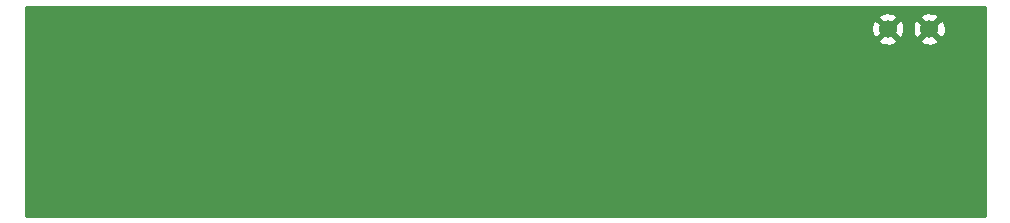
<source format=gbr>
G04 #@! TF.GenerationSoftware,KiCad,Pcbnew,5.1.2-f72e74a~84~ubuntu18.04.1*
G04 #@! TF.CreationDate,2019-12-04T16:39:43+01:00*
G04 #@! TF.ProjectId,FR4_proto3,4652345f-7072-46f7-946f-332e6b696361,rev?*
G04 #@! TF.SameCoordinates,Original*
G04 #@! TF.FileFunction,Copper,L2,Bot*
G04 #@! TF.FilePolarity,Positive*
%FSLAX46Y46*%
G04 Gerber Fmt 4.6, Leading zero omitted, Abs format (unit mm)*
G04 Created by KiCad (PCBNEW 5.1.2-f72e74a~84~ubuntu18.04.1) date 2019-12-04 16:39:43*
%MOMM*%
%LPD*%
G04 APERTURE LIST*
%ADD10C,1.524000*%
%ADD11C,0.800000*%
%ADD12C,0.254000*%
G04 APERTURE END LIST*
D10*
X166370000Y-99060000D03*
X169870000Y-99060000D03*
D11*
X172720000Y-112530000D03*
X171450000Y-112530000D03*
X170180000Y-112530000D03*
X172720000Y-107180000D03*
X171450000Y-107180000D03*
X170180000Y-107180000D03*
X96520000Y-105410000D03*
X95250000Y-105410000D03*
X93980000Y-105410000D03*
X96520000Y-100330000D03*
X95250000Y-100330000D03*
X93980000Y-100330000D03*
D12*
G36*
X174600001Y-114910000D02*
G01*
X93370000Y-114910000D01*
X93370000Y-100025565D01*
X165584040Y-100025565D01*
X165651020Y-100265656D01*
X165900048Y-100382756D01*
X166167135Y-100449023D01*
X166442017Y-100461910D01*
X166714133Y-100420922D01*
X166973023Y-100327636D01*
X167088980Y-100265656D01*
X167155960Y-100025565D01*
X169084040Y-100025565D01*
X169151020Y-100265656D01*
X169400048Y-100382756D01*
X169667135Y-100449023D01*
X169942017Y-100461910D01*
X170214133Y-100420922D01*
X170473023Y-100327636D01*
X170588980Y-100265656D01*
X170655960Y-100025565D01*
X169870000Y-99239605D01*
X169084040Y-100025565D01*
X167155960Y-100025565D01*
X166370000Y-99239605D01*
X165584040Y-100025565D01*
X93370000Y-100025565D01*
X93370000Y-99132017D01*
X164968090Y-99132017D01*
X165009078Y-99404133D01*
X165102364Y-99663023D01*
X165164344Y-99778980D01*
X165404435Y-99845960D01*
X166190395Y-99060000D01*
X166549605Y-99060000D01*
X167335565Y-99845960D01*
X167575656Y-99778980D01*
X167692756Y-99529952D01*
X167759023Y-99262865D01*
X167765157Y-99132017D01*
X168468090Y-99132017D01*
X168509078Y-99404133D01*
X168602364Y-99663023D01*
X168664344Y-99778980D01*
X168904435Y-99845960D01*
X169690395Y-99060000D01*
X170049605Y-99060000D01*
X170835565Y-99845960D01*
X171075656Y-99778980D01*
X171192756Y-99529952D01*
X171259023Y-99262865D01*
X171271910Y-98987983D01*
X171230922Y-98715867D01*
X171137636Y-98456977D01*
X171075656Y-98341020D01*
X170835565Y-98274040D01*
X170049605Y-99060000D01*
X169690395Y-99060000D01*
X168904435Y-98274040D01*
X168664344Y-98341020D01*
X168547244Y-98590048D01*
X168480977Y-98857135D01*
X168468090Y-99132017D01*
X167765157Y-99132017D01*
X167771910Y-98987983D01*
X167730922Y-98715867D01*
X167637636Y-98456977D01*
X167575656Y-98341020D01*
X167335565Y-98274040D01*
X166549605Y-99060000D01*
X166190395Y-99060000D01*
X165404435Y-98274040D01*
X165164344Y-98341020D01*
X165047244Y-98590048D01*
X164980977Y-98857135D01*
X164968090Y-99132017D01*
X93370000Y-99132017D01*
X93370000Y-98094435D01*
X165584040Y-98094435D01*
X166370000Y-98880395D01*
X167155960Y-98094435D01*
X169084040Y-98094435D01*
X169870000Y-98880395D01*
X170655960Y-98094435D01*
X170588980Y-97854344D01*
X170339952Y-97737244D01*
X170072865Y-97670977D01*
X169797983Y-97658090D01*
X169525867Y-97699078D01*
X169266977Y-97792364D01*
X169151020Y-97854344D01*
X169084040Y-98094435D01*
X167155960Y-98094435D01*
X167088980Y-97854344D01*
X166839952Y-97737244D01*
X166572865Y-97670977D01*
X166297983Y-97658090D01*
X166025867Y-97699078D01*
X165766977Y-97792364D01*
X165651020Y-97854344D01*
X165584040Y-98094435D01*
X93370000Y-98094435D01*
X93370000Y-97180000D01*
X174600000Y-97180000D01*
X174600001Y-114910000D01*
X174600001Y-114910000D01*
G37*
X174600001Y-114910000D02*
X93370000Y-114910000D01*
X93370000Y-100025565D01*
X165584040Y-100025565D01*
X165651020Y-100265656D01*
X165900048Y-100382756D01*
X166167135Y-100449023D01*
X166442017Y-100461910D01*
X166714133Y-100420922D01*
X166973023Y-100327636D01*
X167088980Y-100265656D01*
X167155960Y-100025565D01*
X169084040Y-100025565D01*
X169151020Y-100265656D01*
X169400048Y-100382756D01*
X169667135Y-100449023D01*
X169942017Y-100461910D01*
X170214133Y-100420922D01*
X170473023Y-100327636D01*
X170588980Y-100265656D01*
X170655960Y-100025565D01*
X169870000Y-99239605D01*
X169084040Y-100025565D01*
X167155960Y-100025565D01*
X166370000Y-99239605D01*
X165584040Y-100025565D01*
X93370000Y-100025565D01*
X93370000Y-99132017D01*
X164968090Y-99132017D01*
X165009078Y-99404133D01*
X165102364Y-99663023D01*
X165164344Y-99778980D01*
X165404435Y-99845960D01*
X166190395Y-99060000D01*
X166549605Y-99060000D01*
X167335565Y-99845960D01*
X167575656Y-99778980D01*
X167692756Y-99529952D01*
X167759023Y-99262865D01*
X167765157Y-99132017D01*
X168468090Y-99132017D01*
X168509078Y-99404133D01*
X168602364Y-99663023D01*
X168664344Y-99778980D01*
X168904435Y-99845960D01*
X169690395Y-99060000D01*
X170049605Y-99060000D01*
X170835565Y-99845960D01*
X171075656Y-99778980D01*
X171192756Y-99529952D01*
X171259023Y-99262865D01*
X171271910Y-98987983D01*
X171230922Y-98715867D01*
X171137636Y-98456977D01*
X171075656Y-98341020D01*
X170835565Y-98274040D01*
X170049605Y-99060000D01*
X169690395Y-99060000D01*
X168904435Y-98274040D01*
X168664344Y-98341020D01*
X168547244Y-98590048D01*
X168480977Y-98857135D01*
X168468090Y-99132017D01*
X167765157Y-99132017D01*
X167771910Y-98987983D01*
X167730922Y-98715867D01*
X167637636Y-98456977D01*
X167575656Y-98341020D01*
X167335565Y-98274040D01*
X166549605Y-99060000D01*
X166190395Y-99060000D01*
X165404435Y-98274040D01*
X165164344Y-98341020D01*
X165047244Y-98590048D01*
X164980977Y-98857135D01*
X164968090Y-99132017D01*
X93370000Y-99132017D01*
X93370000Y-98094435D01*
X165584040Y-98094435D01*
X166370000Y-98880395D01*
X167155960Y-98094435D01*
X169084040Y-98094435D01*
X169870000Y-98880395D01*
X170655960Y-98094435D01*
X170588980Y-97854344D01*
X170339952Y-97737244D01*
X170072865Y-97670977D01*
X169797983Y-97658090D01*
X169525867Y-97699078D01*
X169266977Y-97792364D01*
X169151020Y-97854344D01*
X169084040Y-98094435D01*
X167155960Y-98094435D01*
X167088980Y-97854344D01*
X166839952Y-97737244D01*
X166572865Y-97670977D01*
X166297983Y-97658090D01*
X166025867Y-97699078D01*
X165766977Y-97792364D01*
X165651020Y-97854344D01*
X165584040Y-98094435D01*
X93370000Y-98094435D01*
X93370000Y-97180000D01*
X174600000Y-97180000D01*
X174600001Y-114910000D01*
M02*

</source>
